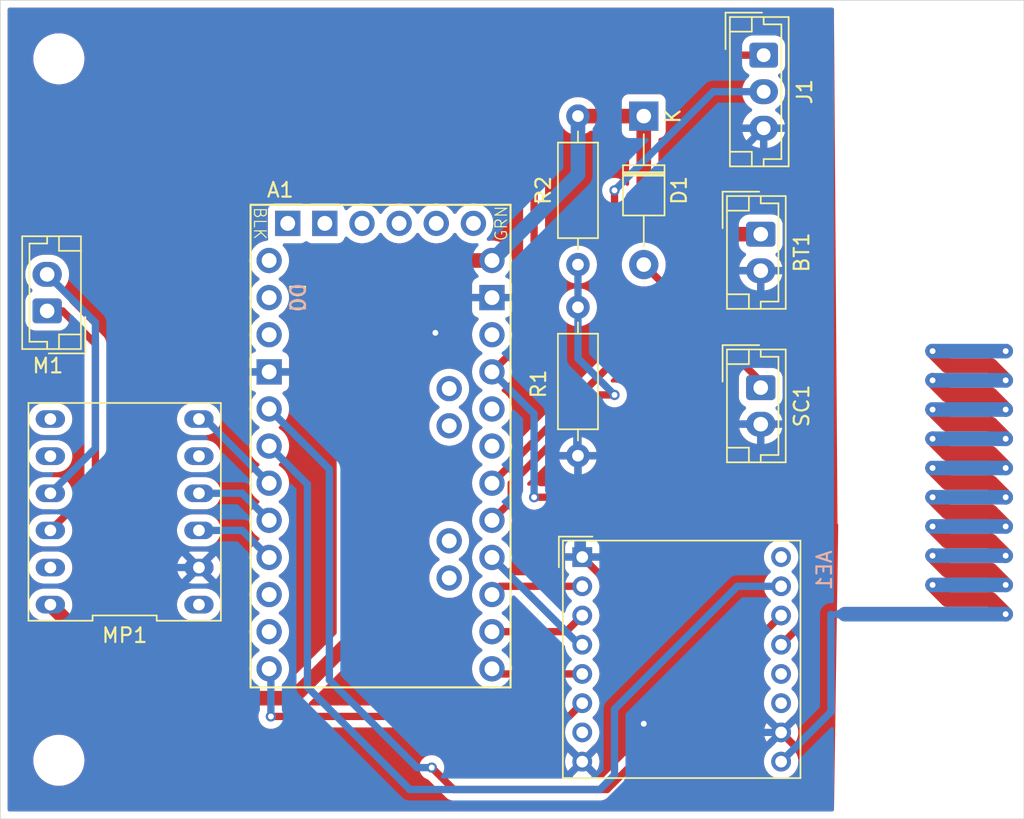
<source format=kicad_pcb>
(kicad_pcb
	(version 20240108)
	(generator "pcbnew")
	(generator_version "8.0")
	(general
		(thickness 1.6)
		(legacy_teardrops no)
	)
	(paper "A4")
	(layers
		(0 "F.Cu" signal)
		(31 "B.Cu" signal)
		(32 "B.Adhes" user "B.Adhesive")
		(33 "F.Adhes" user "F.Adhesive")
		(34 "B.Paste" user)
		(35 "F.Paste" user)
		(36 "B.SilkS" user "B.Silkscreen")
		(37 "F.SilkS" user "F.Silkscreen")
		(38 "B.Mask" user)
		(39 "F.Mask" user)
		(40 "Dwgs.User" user "User.Drawings")
		(41 "Cmts.User" user "User.Comments")
		(42 "Eco1.User" user "User.Eco1")
		(43 "Eco2.User" user "User.Eco2")
		(44 "Edge.Cuts" user)
		(45 "Margin" user)
		(46 "B.CrtYd" user "B.Courtyard")
		(47 "F.CrtYd" user "F.Courtyard")
		(48 "B.Fab" user)
		(49 "F.Fab" user)
		(50 "User.1" user)
		(51 "User.2" user)
		(52 "User.3" user)
		(53 "User.4" user)
		(54 "User.5" user)
		(55 "User.6" user)
		(56 "User.7" user)
		(57 "User.8" user)
		(58 "User.9" user)
	)
	(setup
		(pad_to_mask_clearance 0)
		(allow_soldermask_bridges_in_footprints no)
		(pcbplotparams
			(layerselection 0x00010fc_ffffffff)
			(plot_on_all_layers_selection 0x0000000_00000000)
			(disableapertmacros no)
			(usegerberextensions no)
			(usegerberattributes yes)
			(usegerberadvancedattributes yes)
			(creategerberjobfile yes)
			(dashed_line_dash_ratio 12.000000)
			(dashed_line_gap_ratio 3.000000)
			(svgprecision 4)
			(plotframeref no)
			(viasonmask no)
			(mode 1)
			(useauxorigin no)
			(hpglpennumber 1)
			(hpglpenspeed 20)
			(hpglpendiameter 15.000000)
			(pdf_front_fp_property_popups yes)
			(pdf_back_fp_property_popups yes)
			(dxfpolygonmode yes)
			(dxfimperialunits yes)
			(dxfusepcbnewfont yes)
			(psnegative no)
			(psa4output no)
			(plotreference yes)
			(plotvalue yes)
			(plotfptext yes)
			(plotinvisibletext no)
			(sketchpadsonfab no)
			(subtractmaskfromsilk no)
			(outputformat 1)
			(mirror no)
			(drillshape 1)
			(scaleselection 1)
			(outputdirectory "")
		)
	)
	(net 0 "")
	(net 1 "Net-(D1-A)")
	(net 2 "GND")
	(net 3 "Net-(A1-PadA0)")
	(net 4 "unconnected-(A1-PadD7)")
	(net 5 "Net-(A1-D13_SCK)")
	(net 6 "Net-(A1-D3_INT1)")
	(net 7 "unconnected-(U1-DIO3-Pad11)")
	(net 8 "Net-(A1-D10_CS)")
	(net 9 "Net-(A1-D2_INT0)")
	(net 10 "Net-(A1-D11_MOSI)")
	(net 11 "unconnected-(U1-DIO2-Pad16)")
	(net 12 "Net-(U1-RESET)")
	(net 13 "unconnected-(U1-DIO5-Pad7)")
	(net 14 "Net-(A1-D12_MISO)")
	(net 15 "unconnected-(U1-DIO4-Pad12)")
	(net 16 "unconnected-(A1-PadTXO)")
	(net 17 "Net-(MP1-IN2)")
	(net 18 "unconnected-(A1-PadA7)")
	(net 19 "Net-(J1-Pin_2)")
	(net 20 "unconnected-(A1-A5{slash}SCL-PadA5)")
	(net 21 "Net-(J1-Pin_1)")
	(net 22 "unconnected-(A1-Vcc-PadVcc2)")
	(net 23 "unconnected-(A1-PadA6)")
	(net 24 "unconnected-(A1-PadA3)")
	(net 25 "unconnected-(A1-~{DTR}-PadDTR)")
	(net 26 "unconnected-(A1-GND-PadGND5)")
	(net 27 "+BATT")
	(net 28 "Net-(MP1-nSLEEP_HB)")
	(net 29 "unconnected-(A1-GND-PadGND4)")
	(net 30 "Net-(MP1-IN1)")
	(net 31 "unconnected-(A1-A4{slash}SDA-PadA4)")
	(net 32 "unconnected-(A1-RESET-PadRST2)")
	(net 33 "unconnected-(A1-PadD8)")
	(net 34 "unconnected-(A1-PadRXI)")
	(net 35 "unconnected-(A1-D0{slash}RX-PadD0)")
	(net 36 "unconnected-(A1-PadA2)")
	(net 37 "unconnected-(A1-RESET-PadRST1)")
	(net 38 "unconnected-(A1-D1{slash}TX-PadD1)")
	(net 39 "Net-(AE1-A)")
	(net 40 "Net-(M1-+)")
	(net 41 "Net-(M1--)")
	(net 42 "unconnected-(MP1-GND-Pad11)")
	(net 43 "unconnected-(MP1-VM-Pad1)")
	(net 44 "unconnected-(MP1-VISEN-Pad5)")
	(net 45 "unconnected-(MP1-ISET-Pad8)")
	(net 46 "unconnected-(MP1-V3P3-Pad7)")
	(footprint "MountingHole:MountingHole_3mm" (layer "F.Cu") (at 137 50))
	(footprint "Connector_JST:JST_EH_B2B-EH-A_1x02_P2.50mm_Vertical" (layer "F.Cu") (at 74.2 67.25 90))
	(footprint "Resistor_THT:R_Axial_DIN0207_L6.3mm_D2.5mm_P10.16mm_Horizontal" (layer "F.Cu") (at 110.5 67 -90))
	(footprint "PCM_arduino-library:Arduino_Pro_Mini_Socket" (layer "F.Cu") (at 97 76.5))
	(footprint "MountingHole:MountingHole_3mm" (layer "F.Cu") (at 75 50))
	(footprint "Connector_JST:JST_EH_B3B-EH-A_1x03_P2.50mm_Vertical" (layer "F.Cu") (at 123.2 49.75 -90))
	(footprint "Resistor_THT:R_Axial_DIN0207_L6.3mm_D2.5mm_P10.16mm_Horizontal" (layer "F.Cu") (at 110.5 64.08 90))
	(footprint "Connector_JST:JST_EH_B2B-EH-A_1x02_P2.50mm_Vertical" (layer "F.Cu") (at 123 72.5 -90))
	(footprint "RF_Module:HOPERF_RFM9XW_THT" (layer "F.Cu") (at 110.7925 84.0925))
	(footprint "MountingHole:MountingHole_3mm" (layer "F.Cu") (at 137 98))
	(footprint "watering:MP6550" (layer "F.Cu") (at 79.5 81 90))
	(footprint "Diode_THT:D_T-1_P10.16mm_Horizontal" (layer "F.Cu") (at 115 53.92 -90))
	(footprint "MountingHole:MountingHole_3mm" (layer "F.Cu") (at 75 98))
	(footprint "Connector_JST:JST_EH_B2B-EH-A_1x02_P2.50mm_Vertical" (layer "F.Cu") (at 123 62 -90))
	(footprint "RF_Antenna:Texas_SWRA416_868MHz_915MHz" (layer "B.Cu") (at 133.95 79 90))
	(gr_rect
		(start 71 46)
		(end 141 102)
		(stroke
			(width 0.05)
			(type default)
		)
		(fill none)
		(layer "Edge.Cuts")
		(uuid "d590ec90-13aa-4b9c-8534-da103893a30c")
	)
	(segment
		(start 123 72.08)
		(end 123 72.5)
		(width 0.5)
		(layer "F.Cu")
		(net 1)
		(uuid "14e48ee1-eb58-4623-9eb7-56aa8b3da45a")
	)
	(segment
		(start 115 64.08)
		(end 123 72.08)
		(width 0.5)
		(layer "F.Cu")
		(net 1)
		(uuid "24f4aad6-79fe-46ba-9d29-514445fa9f78")
	)
	(segment
		(start 113.247525 95.637475)
		(end 110.7925 98.0925)
		(width 0.5)
		(layer "F.Cu")
		(net 2)
		(uuid "3cc010ac-7a37-4980-9423-fcfba1ec71cf")
	)
	(segment
		(start 113.247525 95.5)
		(end 113.247525 95.637475)
		(width 0.5)
		(layer "F.Cu")
		(net 2)
		(uuid "5147024b-41f1-4ba1-9784-3cd88e1be63e")
	)
	(segment
		(start 110.7925 84.0925)
		(end 113.247525 86.547525)
		(width 0.5)
		(layer "F.Cu")
		(net 2)
		(uuid "5435d153-1cb6-4e0e-a879-5a119aef5ca3")
	)
	(segment
		(start 113.247525 95.5)
		(end 115 95.5)
		(width 0.5)
		(layer "F.Cu")
		(net 2)
		(uuid "6ca63f47-015e-4fa2-87ef-8d5b76d94a41")
	)
	(segment
		(start 113.247525 86.547525)
		(end 113.247525 95.5)
		(width 0.5)
		(layer "F.Cu")
		(net 2)
		(uuid "f1fede6e-dfe7-4b73-8303-e2d935cdc641")
	)
	(via
		(at 100.75 68.75)
		(size 0.7)
		(drill 0.4)
		(layers "F.Cu" "B.Cu")
		(free yes)
		(net 2)
		(uuid "8b05f7b8-8638-42cf-bdc9-1485075b1c0c")
	)
	(via
		(at 115 95.5)
		(size 0.7)
		(drill 0.4)
		(layers "F.Cu" "B.Cu")
		(net 2)
		(uuid "d8a01b14-d1c9-4930-b3bb-c17c882b09e2")
	)
	(segment
		(start 108.14 71.22)
		(end 111.92 75)
		(width 0.5)
		(layer "B.Cu")
		(net 2)
		(uuid "01a6493b-2e75-4be5-a8b5-06b12e2a88c8")
	)
	(segment
		(start 118.5 59.45)
		(end 123.2 54.75)
		(width 0.5)
		(layer "B.Cu")
		(net 2)
		(uuid "052ac043-c9cd-44cf-a8fe-7980bfcf109e")
	)
	(segment
		(start 83.58 71.42)
		(end 81.5 73.5)
		(width 0.5)
		(layer "B.Cu")
		(net 2)
		(uuid "136f6068-cf89-4501-9ff3-e9e3f7822ed0")
	)
	(segment
		(start 110.5 77.16)
		(end 110.5 83.8)
		(width 0.5)
		(layer "B.Cu")
		(net 2)
		(uuid "2d800832-3c12-4e24-9bec-8fa5bcfa30ad")
	)
	(segment
		(start 110.5 83.8)
		(end 110.7925 84.0925)
		(width 0.5)
		(layer "B.Cu")
		(net 2)
		(uuid "3b720988-b154-46e5-b7a3-7cbe86c2d18a")
	)
	(segment
		(start 112 75)
		(end 118.5 75)
		(width 0.5)
		(layer "B.Cu")
		(net 2)
		(uuid "3d9601c4-397b-478f-8cd8-be3603d1c3c8")
	)
	(segment
		(start 110.42 77.08)
		(end 110.5 77.16)
		(width 0.5)
		(layer "B.Cu")
		(net 2)
		(uuid "46ccfaf5-41ff-4ae5-8848-c684a3ba16c7")
	)
	(segment
		(start 115 95.5)
		(end 115.5925 96.0925)
		(width 0.5)
		(layer "B.Cu")
		(net 2)
		(uuid "63c6e1cc-070d-4c68-a9b4-8adef13fb9a5")
	)
	(segment
		(start 118.5 66.5)
		(end 118.5 59.45)
		(width 0.5)
		(layer "B.Cu")
		(net 2)
		(uuid "651c9e5c-a190-46e5-974b-02e3a280256b")
	)
	(segment
		(start 120.5 64.5)
		(end 123 64.5)
		(width 0.5)
		(layer "B.Cu")
		(net 2)
		(uuid "6e3a7e79-0be4-4da9-8eeb-42c5c77466a2")
	)
	(segment
		(start 89.38 71.42)
		(end 83.58 71.42)
		(width 0.5)
		(layer "B.Cu")
		(net 2)
		(uuid "6ef4257d-8467-40b7-b50f-b0ae7af57c28")
	)
	(segment
		(start 95.08 71.42)
		(end 100.16 66.34)
		(width 0.5)
		(layer "B.Cu")
		(net 2)
		(uuid "7140ec08-6acb-4d39-aba0-4dc49fb321f3")
	)
	(segment
		(start 110.42 73.5)
		(end 110.42 77.08)
		(width 0.5)
		(layer "B.Cu")
		(net 2)
		(uuid "76304c22-e4bd-4c07-9ab6-dfd7e1deafb1")
	)
	(segment
		(start 81.5 83.5)
		(end 81.5 73.5)
		(width 0.5)
		(layer "B.Cu")
		(net 2)
		(uuid "76c69365-2797-4a8e-902e-0dfc360911e6")
	)
	(segment
		(start 84.58 84.81)
		(end 82.81 84.81)
		(width 0.5)
		(layer "B.Cu")
		(net 2)
		(uuid "7764b64f-cde7-44ae-b02a-e676e26a2d63")
	)
	(segment
		(start 111.92 75)
		(end 112 75)
		(width 0.5)
		(layer "B.Cu")
		(net 2)
		(uuid "79f6c648-8f20-4083-aab0-d681641c8289")
	)
	(segment
		(start 115.5925 96.0925)
		(end 124.3925 96.0925)
		(width 0.5)
		(layer "B.Cu")
		(net 2)
		(uuid "8dd0e17a-0729-4b03-bd01-43f82cf61b17")
	)
	(segment
		(start 108.14 67.64)
		(end 108.14 71.22)
		(width 0.5)
		(layer "B.Cu")
		(net 2)
		(uuid "9080a889-bc12-486c-b1d9-35b27a6a4da2")
	)
	(segment
		(start 104.62 66.34)
		(end 106.84 66.34)
		(width 0.5)
		(layer "B.Cu")
		(net 2)
		(uuid "9a57c734-3027-48ef-9c80-5141d5025109")
	)
	(segment
		(start 100.16 66.34)
		(end 104.62 66.34)
		(width 0.5)
		(layer "B.Cu")
		(net 2)
		(uuid "ad008860-6421-43a8-984d-6e61d35f0e1d")
	)
	(segment
		(start 108.14 71.22)
		(end 110.42 73.5)
		(width 0.5)
		(layer "B.Cu")
		(net 2)
		(uuid "b4e685c4-eda7-4ac3-be4d-630748f2a213")
	)
	(segment
		(start 110.42 73.5)
		(end 110.5 73.5)
		(width 0.5)
		(layer "B.Cu")
		(net 2)
		(uuid "c89538c4-8035-46de-b923-4cb011e3d746")
	)
	(segment
		(start 118.5 75)
		(end 123 75)
		(width 0.5)
		(layer "B.Cu")
		(net 2)
		(uuid "ca59d784-dc53-4d90-bf4b-861e775092dd")
	)
	(segment
		(start 118.5 66.5)
		(end 120.5 64.5)
		(width 0.5)
		(layer "B.Cu")
		(net 2)
		(uuid "d19e35f5-31ce-4ad5-a1e1-7dea601d4349")
	)
	(segment
		(start 89.38 71.42)
		(end 95.08 71.42)
		(width 0.5)
		(layer "B.Cu")
		(net 2)
		(uuid "db88e6d7-d93b-4435-bddc-0a14738c3f24")
	)
	(segment
		(start 106.84 66.34)
		(end 108.14 67.64)
		(width 0.5)
		(layer "B.Cu")
		(net 2)
		(uuid "dd7117ab-b423-4e74-b06c-a77d39b7cdce")
	)
	(segment
		(start 118.5 75)
		(end 118.5 66.5)
		(width 0.5)
		(layer "B.Cu")
		(net 2)
		(uuid "f1803eea-190d-4571-9493-98bb806bfbda")
	)
	(segment
		(start 110.5 73.5)
		(end 112 75)
		(width 0.5)
		(layer "B.Cu")
		(net 2)
		(uuid "f91a1447-61ef-4f72-bb9c-9a5ef0295953")
	)
	(segment
		(start 82.81 84.81)
		(end 81.5 83.5)
		(width 0.5)
		(layer "B.Cu")
		(net 2)
		(uuid "fce1d8c7-c5fd-4146-96fe-995d34dd011a")
	)
	(segment
		(start 112 73)
		(end 113 73)
		(width 0.5)
		(layer "F.Cu")
		(net 3)
		(uuid "0944d5d8-a3cd-46d7-b1ee-f5237f06f76b")
	)
	(segment
		(start 104.62 81.58)
		(end 105.9336 80.2664)
		(width 0.5)
		(layer "F.Cu")
		(net 3)
		(uuid "16681ce6-770e-41c6-8863-0f7e2e476d93")
	)
	(segment
		(start 105.9336 79.0664)
		(end 112 73)
		(width 0.5)
		(layer "F.Cu")
		(net 3)
		(uuid "5f6fefe5-7c48-4e40-883e-3f3ea84c6fac")
	)
	(segment
		(start 105.9336 80.2664)
		(end 105.9336 79.0664)
		(width 0.5)
		(layer "F.Cu")
		(net 3)
		(uuid "ba522ee3-f0a6-4ff4-ba29-e405722203f1")
	)
	(via
		(at 113 73)
		(size 0.7)
		(drill 0.4)
		(layers "F.Cu" "B.Cu")
		(net 3)
		(uuid "8ccae3f9-7c9e-4d33-bd37-a39f564c4a60")
	)
	(segment
		(start 110.5 70.5)
		(end 110.5 67)
		(width 0.5)
		(layer "B.Cu")
		(net 3)
		(uuid "1aebdc1a-0d1c-4e19-979f-c962e5ca9467")
	)
	(segment
		(start 113 73)
		(end 110.5 70.5)
		(width 0.5)
		(layer "B.Cu")
		(net 3)
		(uuid "ac1a11d2-f936-43c1-883d-a964544276e4")
	)
	(segment
		(start 110.5 67)
		(end 110.5 64.08)
		(width 0.5)
		(layer "B.Cu")
		(net 3)
		(uuid "de1b4dfa-1b68-4206-a163-d17e912260ca")
	)
	(segment
		(start 104.62 84.12)
		(end 110.5925 90.0925)
		(width 0.5)
		(layer "B.Cu")
		(net 5)
		(uuid "3471a08a-a8f3-4ba3-b1d5-5269d69b416e")
	)
	(segment
		(start 110.5925 90.0925)
		(end 110.7925 90.0925)
		(width 0.5)
		(layer "B.Cu")
		(net 5)
		(uuid "4a8d2fdf-0fab-43ce-9738-2093b14a1264")
	)
	(segment
		(start 92 79.12)
		(end 92 93)
		(width 0.5)
		(layer "B.Cu")
		(net 6)
		(uuid "0b9d83a1-12db-4404-a1ae-f31750befc1a")
	)
	(segment
		(start 112 100)
		(end 113 99)
		(width 0.5)
		(layer "B.Cu")
		(net 6)
		(uuid "1d291145-a9ab-44b8-a934-b29fb56aa8ea")
	)
	(segment
		(start 113 99)
		(end 113 94.5)
		(width 0.5)
		(layer "B.Cu")
		(net 6)
		(uuid "30716786-7f4d-45d5-b8d1-c298e8d10a64")
	)
	(segment
		(start 92 93)
		(end 99 100)
		(width 0.5)
		(layer "B.Cu")
		(net 6)
		(uuid "78f3049d-3607-44c9-bc00-a90302a40031")
	)
	(segment
		(start 113 94.5)
		(end 121.4075 86.0925)
		(width 0.5)
		(layer "B.Cu")
		(net 6)
		(uuid "c9a1726d-bbc2-41cf-9e96-c405dc85c213")
	)
	(segment
		(start 121.4075 86.0925)
		(end 124.3925 86.0925)
		(width 0.5)
		(layer "B.Cu")
		(net 6)
		(uuid "ea8719fb-9dde-49fe-be26-a44aaa908578")
	)
	(segment
		(start 89.38 76.5)
		(end 92 79.12)
		(width 0.5)
		(layer "B.Cu")
		(net 6)
		(uuid "f4f98c21-edd9-43d8-b516-76722114eea5")
	)
	(segment
		(start 99 100)
		(end 112 100)
		(width 0.5)
		(layer "B.Cu")
		(net 6)
		(uuid "f89390de-7ec3-45b7-945d-fc85d7a14c95")
	)
	(segment
		(start 110.7925 92.0925)
		(end 104.9725 92.0925)
		(width 0.5)
		(layer "F.Cu")
		(net 8)
		(uuid "07cb6e0b-ef75-4848-a28a-9bf78b7c3c3d")
	)
	(segment
		(start 104.9725 92.0925)
		(end 104.62 91.74)
		(width 0.5)
		(layer "F.Cu")
		(net 8)
		(uuid "ab71b29f-c2db-43e0-a922-7a5fa68fbd3e")
	)
	(segment
		(start 100.5 98.5)
		(end 102 100)
		(width 0.5)
		(layer "F.Cu")
		(net 9)
		(uuid "03726878-e5b1-4610-a872-f341673a70e2")
	)
	(segment
		(start 102 100)
		(end 112.485 100)
		(width 0.5)
		(layer "F.Cu")
		(net 9)
		(uuid "09d26ec8-f4f9-4ddd-bf26-c8fd283a1ce3")
	)
	(segment
		(start 112.485 100)
		(end 124.3925 88.0925)
		(width 0.5)
		(layer "F.Cu")
		(net 9)
		(uuid "22a19ade-1561-40fd-b4ff-3c62148649bd")
	)
	(via
		(at 100.5 98.5)
		(size 0.7)
		(drill 0.4)
		(layers "F.Cu" "B.Cu")
		(net 9)
		(uuid "5ec9aac8-9d25-4663-bb9b-4bf2b8b6a358")
	)
	(segment
		(start 99.5 98.5)
		(end 100.5 98.5)
		(width 0.5)
		(layer "B.Cu")
		(net 9)
		(uuid "198686de-ba57-4b8f-bd80-e7bd98687b74")
	)
	(segment
		(start 93.5 92.5)
		(end 99.5 98.5)
		(width 0.5)
		(layer "B.Cu")
		(net 9)
		(uuid "96bfa899-a679-426f-b60b-2163d5209b44")
	)
	(segment
		(start 89.38 73.96)
		(end 93.5 78.08)
		(width 0.5)
		(layer "B.Cu")
		(net 9)
		(uuid "d649a2d1-18d5-4a64-9ed4-253557180c42")
	)
	(segment
		(start 93.5 78.08)
		(end 93.5 92.5)
		(width 0.5)
		(layer "B.Cu")
		(net 9)
		(uuid "e3b5c985-d3c8-4de8-af93-d040cab3e59e")
	)
	(segment
		(start 109.685 89.2)
		(end 110.7925 88.0925)
		(width 0.5)
		(layer "F.Cu")
		(net 10)
		(uuid "7baea109-2641-4403-851d-429594a3f9e1")
	)
	(segment
		(start 104.62 89.2)
		(end 109.685 89.2)
		(width 0.5)
		(layer "F.Cu")
		(net 10)
		(uuid "98e7f1e6-a8c8-4981-8acf-4e7054db1c04")
	)
	(segment
		(start 89.5 95)
		(end 109.885 95)
		(width 0.5)
		(layer "F.Cu")
		(net 12)
		(uuid "bd24390f-7579-4568-9620-68ca57c53004")
	)
	(segment
		(start 109.885 95)
		(end 110.7925 94.0925)
		(width 0.5)
		(layer "F.Cu")
		(net 12)
		(uuid "ec7eb80e-f9fd-43a8-9b19-88a49a4a924e")
	)
	(via
		(at 89.5 95)
		(size 0.7)
		(drill 0.4)
		(layers "F.Cu" "B.Cu")
		(net 12)
		(uuid "98214090-e77e-44c9-b79d-28b90254ee4d")
	)
	(segment
		(start 89.5 91.86)
		(end 89.38 91.74)
		(width 0.5)
		(layer "B.Cu")
		(net 12)
		(uuid "577396a6-25f6-4f92-ac0f-289542314bbe")
	)
	(segment
		(start 89.5 95)
		(end 89.5 91.86)
		(width 0.5)
		(layer "B.Cu")
		(net 12)
		(uuid "98bc5129-2747-476b-ac90-79811b7888e2")
	)
	(segment
		(start 105.1875 86.0925)
		(end 104.62 86.66)
		(width 0.5)
		(layer "F.Cu")
		(net 14)
		(uuid "07491fba-6c16-47bf-b947-e0702a8161ca")
	)
	(segment
		(start 110.7925 86.0925)
		(end 105.1875 86.0925)
		(width 0.5)
		(layer "F.Cu")
		(net 14)
		(uuid "3229078c-e77e-4eb8-a12a-452b6d24850e")
	)
	(segment
		(start 87.53 82.27)
		(end 89.38 84.12)
		(width 0.5)
		(layer "B.Cu")
		(net 17)
		(uuid "50c1f31e-ec70-4b46-a524-55aa2258f396")
	)
	(segment
		(start 84.58 82.27)
		(end 87.53 82.27)
		(width 0.5)
		(layer "B.Cu")
		(net 17)
		(uuid "f5db03b6-979f-4067-86bb-30cb8666e880")
	)
	(segment
		(start 113 70.66)
		(end 113 59)
		(width 0.5)
		(layer "F.Cu")
		(net 19)
		(uuid "19fd97e5-20e0-4c3f-952a-8bf3a06c7282")
	)
	(segment
		(start 104.62 79.04)
		(end 113 70.66)
		(width 0.5)
		(layer "F.Cu")
		(net 19)
		(uuid "5bc6df40-a8bd-42b8-82a6-a79f95252038")
	)
	(via
		(at 113 59)
		(size 0.7)
		(drill 0.4)
		(layers "F.Cu" "B.Cu")
		(net 19)
		(uuid "fa967999-759d-409b-87eb-46e7282e79bd")
	)
	(segment
		(start 113 59)
		(end 119.75 52.25)
		(width 0.5)
		(layer "B.Cu")
		(net 19)
		(uuid "83205371-6acf-467c-aca1-f4a41361322e")
	)
	(segment
		(start 119.75 52.25)
		(end 123.2 52.25)
		(width 0.5)
		(layer "B.Cu")
		(net 19)
		(uuid "d634d9bc-4946-4806-926c-c21552cb79a0")
	)
	(segment
		(start 110.25 49.75)
		(end 123.2 49.75)
		(width 0.5)
		(layer "F.Cu")
		(net 21)
		(uuid "0fc51f2e-cbc1-4b99-a0ca-d9d6739f985b")
	)
	(segment
		(start 123.5 80)
		(end 107.5 80)
		(width 0.5)
		(layer "F.Cu")
		(net 21)
		(uuid "22debf47-8d46-481c-928a-bd2216051f3b")
	)
	(segment
		(start 124.3925 90.0925)
		(end 126 88.485)
		(width 0.5)
		(layer "F.Cu")
		(net 21)
		(uuid "7e43788d-2c33-445f-9682-e03a23839291")
	)
	(segment
		(start 104.62 71.42)
		(end 107.5 68.54)
		(width 0.5)
		(layer "F.Cu")
		(net 21)
		(uuid "ab88f627-56a0-4e07-bb52-a1bb1b83921a")
	)
	(segment
		(start 107.5 68.54)
		(end 107.5 52.5)
		(width 0.5)
		(layer "F.Cu")
		(net 21)
		(uuid "aefa3ce5-3510-4b0e-8855-7e1a824f8c86")
	)
	(segment
		(start 107.5 52.5)
		(end 110.25 49.75)
		(width 0.5)
		(layer "F.Cu")
		(net 21)
		(uuid "bcaef91a-1a3d-4601-bdaf-42b587192c74")
	)
	(segment
		(start 126 88.485)
		(end 126 82.5)
		(width 0.5)
		(layer "F.Cu")
		(net 21)
		(uuid "c756e324-203b-4425-a9e3-a7a814b23732")
	)
	(segment
		(start 126 82.5)
		(end 123.5 80)
		(width 0.5)
		(layer "F.Cu")
		(net 21)
		(uuid "c89018f7-d25c-4032-acaa-0a0fe7c1602f")
	)
	(via
		(at 107.5 80)
		(size 0.7)
		(drill 0.4)
		(layers "F.Cu" "B.Cu")
		(net 21)
		(uuid "810c2333-d3db-4f68-b419-e4912c685650")
	)
	(segment
		(start 104.62 71.42)
		(end 107.5 74.3)
		(width 0.5)
		(layer "B.Cu")
		(net 21)
		(uuid "04e9e44b-dd4e-49b0-b7d0-9e2187c9d061")
	)
	(segment
		(start 107.5 74.3)
		(end 107.5 80)
		(width 0.5)
		(layer "B.Cu")
		(net 21)
		(uuid "1adc6af4-98e0-42d1-86ec-115fbbdca25a")
	)
	(segment
		(start 104.62 63.8)
		(end 101.95 63.8)
		(width 1)
		(layer "F.Cu")
		(net 27)
		(uuid "00f53cef-e82f-47d7-a429-75c7a6bd7ae0")
	)
	(segment
		(start 95 89.75)
		(end 91 93.75)
		(width 1)
		(layer "F.Cu")
		(net 27)
		(uuid "2441cf76-2aa1-4373-a0bb-2e2b98a087c8")
	)
	(segment
		(start 115 60.5)
		(end 115 53.92)
		(width 1)
		(layer "F.Cu")
		(net 27)
		(uuid "45a25931-8d30-48a7-b19a-a2f1eb5da11f")
	)
	(segment
		(start 91 93.75)
		(end 80.82 93.75)
		(width 1)
		(layer "F.Cu")
		(net 27)
		(uuid "52f03036-ae55-4098-90f8-87ba3529f2aa")
	)
	(segment
		(start 95 70.75)
		(end 95 89.75)
		(width 1)
		(layer "F.Cu")
		(net 27)
		(uuid "8f9c5de9-3163-450a-adcb-90e8824f451f")
	)
	(segment
		(start 123 62)
		(end 116.5 62)
		(width 1)
		(layer "F.Cu")
		(net 27)
		(uuid "abde6fbc-139c-4f46-840b-5138c3955327")
	)
	(segment
		(start 101.95 63.8)
		(end 95 70.75)
		(width 1)
		(layer "F.Cu")
		(net 27)
		(uuid "c3c1a691-86cb-4e94-9bce-0f20cb62ec69")
	)
	(segment
		(start 115 53.92)
		(end 110.5 53.92)
		(width 1)
		(layer "F.Cu")
		(net 27)
		(uuid "c4bb4641-47e0-471e-b881-2cf13ab5fd60")
	)
	(segment
		(start 116.5 62)
		(end 115 60.5)
		(width 1)
		(layer "F.Cu")
		(net 27)
		(uuid "c789cd73-a850-48c7-bf0d-ad81156b826c")
	)
	(segment
		(start 80.82 93.75)
		(end 74.42 87.35)
		(width 1)
		(layer "F.Cu")
		(net 27)
		(uuid "cc7f2f5c-0740-4283-a1f7-a1ba2835a7a7")
	)
	(segment
		(start 110.5 57.92)
		(end 110.5 53.92)
		(width 1)
		(layer "B.Cu")
		(net 27)
		(uuid "05bac9c9-c269-4312-b593-2f261431db90")
	)
	(segment
		(start 104.62 63.8)
		(end 110.5 57.92)
		(width 1)
		(layer "B.Cu")
		(net 27)
		(uuid "90616f55-83ec-4902-9533-1b95a8aaa390")
	)
	(segment
		(start 84.99 74.65)
		(end 89.38 79.04)
		(width 0.5)
		(layer "B.Cu")
		(net 28)
		(uuid "61ae116e-14f4-4620-a30b-09857123a10c")
	)
	(segment
		(start 84.58 74.65)
		(end 84.99 74.65)
		(width 0.5)
		(layer "B.Cu")
		(net 28)
		(uuid "d2754008-41b5-413d-8c4a-83a7862c2561")
	)
	(segment
		(start 87.53 79.73)
		(end 89.38 81.58)
		(width 0.5)
		(layer "B.Cu")
		(net 30)
		(uuid "1fccbedb-fcb2-4b1d-ad6f-84f22efaf8ce")
	)
	(segment
		(start 84.58 79.73)
		(end 87.53 79.73)
		(width 0.5)
		(layer "B.Cu")
		(net 30)
		(uuid "b14e9416-f8ad-44da-88e3-e3f6d22dc9be")
	)
	(segment
		(start 124.3925 98.0925)
		(end 127.8 94.685)
		(width 0.5)
		(layer "B.Cu")
		(net 39)
		(uuid "96c25340-9694-49f4-baea-f154c56f105e")
	)
	(segment
		(start 127.8 94.685)
		(end 127.8 88)
		(width 0.5)
		(layer "B.Cu")
		(net 39)
		(uuid "c8fbe38b-a11c-4166-922d-e89bfc9ab26b")
	)
	(segment
		(start 77.5 79.19)
		(end 74.42 82.27)
		(width 0.5)
		(layer "F.Cu")
		(net 40)
		(uuid "94212de4-0a9f-455d-959c-35073c992c40")
	)
	(segment
		(start 75.25 67.25)
		(end 77.5 69.5)
		(width 0.5)
		(layer "F.Cu")
		(net 40)
		(uuid "a9eeae35-3ee1-466d-a898-695ce5495483")
	)
	(segment
		(start 74.2 67.25)
		(end 75.25 67.25)
		(width 0.5)
		(layer "F.Cu")
		(net 40)
		(uuid "e92490d2-c712-4e4a-88df-d4c8dd4a2075")
	)
	(segment
		(start 77.5 69.5)
		(end 77.5 79.19)
		(width 0.5)
		(layer "F.Cu")
		(net 40)
		(uuid "fa29b574-e311-4b6c-b69a-29abb61657ff")
	)
	(segment
		(start 77.5 76.65)
		(end 74.42 79.73)
		(width 0.5)
		(layer "B.Cu")
		(net 41)
		(uuid "408f4d68-b14d-461e-b7f8-306b0fe228f4")
	)
	(segment
		(start 77.5 68.05)
		(end 77.5 76.65)
		(width 0.5)
		(layer "B.Cu")
		(net 41)
		(uuid "b2268700-7c38-429b-a379-a228dfbd3e72")
	)
	(segment
		(start 74.2 64.75)
		(end 77.5 68.05)
		(width 0.5)
		(layer "B.Cu")
		(net 41)
		(uuid "c9c31108-7294-4e88-b98f-e4a7b7303405")
	)
	(zone
		(net 2)
		(net_name "GND")
		(layer "F.Cu")
		(uuid "0cd623d3-ee7b-4aa4-8ec6-a1a6d3e56360")
		(hatch edge 0.5)
		(connect_pads
			(clearance 0.5)
		)
		(min_thickness 0.25)
		(filled_areas_thickness no)
		(fill yes
			(thermal_gap 0.5)
			(thermal_bridge_width 0.5)
		)
		(polygon
			(pts
				(xy 128 102) (xy 128.3 81.8) (xy 128.25 81.8) (xy 128 46) (xy 71 46) (xy 71 102) (xy 128 102)
			)
		)
		(filled_polygon
			(layer "F.Cu")
			(pts
				(xy 106.801132 80.503282) (xy 106.830009 80.526952) (xy 106.927764 80.635521) (xy 106.927767 80.635523)
				(xy 106.92777 80.635526) (xy 107.072407 80.740612) (xy 107.235733 80.813329) (xy 107.410609 80.8505)
				(xy 107.41061 80.8505) (xy 107.589389 80.8505) (xy 107.589391 80.8505) (xy 107.764267 80.813329)
				(xy 107.881306 80.761219) (xy 107.931741 80.7505) (xy 123.13777 80.7505) (xy 123.204809 80.770185)
				(xy 123.225451 80.786819) (xy 125.213181 82.774549) (xy 125.246666 82.835872) (xy 125.2495 82.86223)
				(xy 125.2495 83.017921) (xy 125.229815 83.08496) (xy 125.177011 83.130715) (xy 125.107853 83.140659)
				(xy 125.060223 83.123348) (xy 124.918713 83.035729) (xy 124.918707 83.035726) (xy 124.833613 83.00276)
				(xy 124.715569 82.95703) (xy 124.501426 82.917) (xy 124.283574 82.917) (xy 124.069431 82.95703)
				(xy 124.025369 82.9741) (xy 123.866292 83.035726) (xy 123.866286 83.035729) (xy 123.681076 83.150406)
				(xy 123.681066 83.150413) (xy 123.520074 83.297176) (xy 123.388788 83.471027) (xy 123.291684 83.666037)
				(xy 123.232064 83.875581) (xy 123.211964 84.092499) (xy 123.211964 84.0925) (xy 123.232064 84.309418)
				(xy 123.232064 84.30942) (xy 123.232065 84.309423) (xy 123.273897 84.456447) (xy 123.291684 84.518962)
				(xy 123.388788 84.713972) (xy 123.520074 84.887824) (xy 123.644072 85.000863) (xy 123.680354 85.060574)
				(xy 123.678593 85.130422) (xy 123.644072 85.184137) (xy 123.520074 85.297175) (xy 123.388788 85.471027)
				(xy 123.291684 85.666037) (xy 123.291683 85.666041) (xy 123.24507 85.829871) (xy 123.232064 85.875581)
				(xy 123.211964 86.092499) (xy 123.211964 86.0925) (xy 123.232064 86.309418) (xy 123.232064 86.30942)
				(xy 123.232065 86.309423) (xy 123.267712 86.43471) (xy 123.291684 86.518962) (xy 123.388788 86.713972)
				(xy 123.520074 86.887824) (xy 123.644072 87.000863) (xy 123.680354 87.060574) (xy 123.678593 87.130422)
				(xy 123.644072 87.184137) (xy 123.520074 87.297175) (xy 123.388788 87.471027) (xy 123.291684 87.666037)
				(xy 123.291683 87.666041) (xy 123.251892 87.805894) (xy 123.232064 87.875581) (xy 123.211964 88.092499)
				(xy 123.211964 88.0925) (xy 123.216699 88.143599) (xy 123.203284 88.212168) (xy 123.180909 88.242721)
				(xy 112.210451 99.213181) (xy 112.149128 99.246666) (xy 112.12277 99.2495) (xy 111.547361 99.2495)
				(xy 111.480322 99.229815) (xy 111.434567 99.177011) (xy 111.424187 99.11121) (xy 111.427666 99.081219)
				(xy 110.838948 98.4925) (xy 110.845161 98.4925) (xy 110.946894 98.465241) (xy 111.038106 98.41258)
				(xy 111.11258 98.338106) (xy 111.165241 98.246894) (xy 111.1925 98.145161) (xy 111.1925 98.138947)
				(xy 111.783511 98.729959) (xy 111.795784 98.713708) (xy 111.795785 98.713705) (xy 111.892844 98.518787)
				(xy 111.892849 98.518774) (xy 111.952442 98.30933) (xy 111.972534 98.0925) (xy 111.972534 98.092499)
				(xy 111.952442 97.875669) (xy 111.892849 97.666225) (xy 111.892844 97.666212) (xy 111.795784 97.471291)
				(xy 111.783511 97.455039) (xy 111.1925 98.046051) (xy 111.1925 98.039839) (xy 111.165241 97.938106)
				(xy 111.11258 97.846894) (xy 111.038106 97.77242) (xy 110.946894 97.719759) (xy 110.845161 97.6925)
				(xy 110.838947 97.6925) (xy 111.470071 97.061375) (xy 111.472418 97.063722) (xy 111.492263 97.041812)
				(xy 111.503932 97.034588) (xy 111.664927 96.887822) (xy 111.796212 96.713972) (xy 111.893317 96.518959)
				(xy 111.952935 96.309423) (xy 111.973036 96.0925) (xy 111.952935 95.875577) (xy 111.893317 95.666041)
				(xy 111.796212 95.471028) (xy 111.664927 95.297178) (xy 111.540923 95.184134) (xy 111.504645 95.124427)
				(xy 111.506405 95.054579) (xy 111.540923 95.000865) (xy 111.664927 94.887822) (xy 111.796212 94.713972)
				(xy 111.893317 94.518959) (xy 111.952935 94.309423) (xy 111.973036 94.0925) (xy 111.952935 93.875577)
				(xy 111.893317 93.666041) (xy 111.796212 93.471028) (xy 111.664927 93.297178) (xy 111.540923 93.184134)
				(xy 111.504645 93.124427) (xy 111.506405 93.054579) (xy 111.540923 93.000865) (xy 111.664927 92.887822)
				(xy 111.796212 92.713972) (xy 111.893317 92.518959) (xy 111.952935 92.309423) (xy 111.973036 92.0925)
				(xy 111.952935 91.875577) (xy 111.893317 91.666041) (xy 111.796212 91.471028) (xy 111.664927 91.297178)
				(xy 111.540923 91.184134) (xy 111.504645 91.124427) (xy 111.506405 91.054579) (xy 111.540923 91.000865)
				(xy 111.664927 90.887822) (xy 111.796212 90.713972) (xy 111.893317 90.518959) (xy 111.952935 90.309423)
				(xy 111.973036 90.0925) (xy 111.972428 90.085944) (xy 111.96088 89.961322) (xy 111.952935 89.875577)
				(xy 111.893317 89.666041) (xy 111.796212 89.471028) (xy 111.664927 89.297178) (xy 111.540923 89.184134)
				(xy 111.504645 89.124427) (xy 111.506405 89.054579) (xy 111.540923 89.000865) (xy 111.664927 88.887822)
				(xy 111.796212 88.713972) (xy 111.893317 88.518959) (xy 111.952935 88.309423) (xy 111.973036 88.0925)
				(xy 111.970666 88.066929) (xy 111.95768 87.926788) (xy 111.952935 87.875577) (xy 111.893317 87.666041)
				(xy 111.796212 87.471028) (xy 111.664927 87.297178) (xy 111.540923 87.184134) (xy 111.504645 87.124427)
				(xy 111.506405 87.054579) (xy 111.540923 87.000865) (xy 111.664927 86.887822) (xy 111.796212 86.713972)
				(xy 111.893317 86.518959) (xy 111.952935 86.309423) (xy 111.973036 86.0925) (xy 111.952935 85.875577)
				(xy 111.893317 85.666041) (xy 111.796212 85.471028) (xy 111.71445 85.362758) (xy 111.689759 85.297398)
				(xy 111.704324 85.229063) (xy 111.739094 85.188765) (xy 111.82469 85.124686) (xy 111.91085 85.009593)
				(xy 111.910854 85.009586) (xy 111.961096 84.874879) (xy 111.961098 84.874872) (xy 111.967499 84.815344)
				(xy 111.9675 84.815327) (xy 111.9675 84.3425) (xy 111.108186 84.3425) (xy 111.11258 84.338106) (xy 111.165241 84.246894)
				(xy 111.1925 84.145161) (xy 111.1925 84.039839) (xy 111.165241 83.938106) (xy 111.11258 83.846894)
				(xy 111.108186 83.8425) (xy 111.9675 83.8425) (xy 111.9675 83.369672) (xy 111.967499 83.369655)
				(xy 111.961098 83.310127) (xy 111.961096 83.31012) (xy 111.910854 83.175413) (xy 111.91085 83.175406)
				(xy 111.82469 83.060312) (xy 111.824687 83.060309) (xy 111.709593 82.974149) (xy 111.709586 82.974145)
				(xy 111.574879 82.923903) (xy 111.574872 82.923901) (xy 111.515344 82.9175) (xy 111.0425 82.9175)
				(xy 111.0425 83.776814) (xy 111.038106 83.77242) (xy 110.946894 83.719759) (xy 110.845161 83.6925)
				(xy 110.739839 83.6925) (xy 110.638106 83.719759) (xy 110.546894 83.77242) (xy 110.5425 83.776814)
				(xy 110.5425 82.9175) (xy 110.069655 82.9175) (xy 110.010127 82.923901) (xy 110.01012 82.923903)
				(xy 109.875413 82.974145) (xy 109.875406 82.974149) (xy 109.760312 83.060309) (xy 109.760309 83.060312)
				(xy 109.674149 83.175406) (xy 109.674145 83.175413) (xy 109.623903 83.31012) (xy 109.623901 83.310127)
				(xy 109.6175 83.369655) (xy 109.6175 83.8425) (xy 110.476814 83.8425) (xy 110.47242 83.846894) (xy 110.419759 83.938106)
				(xy 110.3925 84.039839) (xy 110.3925 84.145161) (xy 110.419759 84.246894) (xy 110.47242 84.338106)
				(xy 110.476814 84.3425) (xy 109.6175 84.3425) (xy 109.6175 84.815344) (xy 109.623901 84.874872)
				(xy 109.623903 84.874879) (xy 109.674145 85.009586) (xy 109.674149 85.009593) (xy 109.760309 85.124687)
				(xy 109.765941 85.130319) (xy 109.799426 85.191642) (xy 109.794442 85.261334) (xy 109.75257 85.317267)
				(xy 109.687106 85.341684) (xy 109.67826 85.342) (xy 105.631322 85.342) (xy 105.564283 85.322315)
				(xy 105.518528 85.269511) (xy 105.508584 85.200353) (xy 105.537609 85.136797) (xy 105.546482 85.127652)
				(xy 105.547043 85.127041) (xy 105.547046 85.12704) (xy 105.700156 84.960719) (xy 105.823802 84.771465)
				(xy 105.914611 84.564441) (xy 105.970107 84.345293) (xy 105.986683 84.145246) (xy 105.988775 84.120006)
				(xy 105.988775 84.119993) (xy 105.970107 83.89471) (xy 105.970107 83.894707) (xy 105.914611 83.675559)
				(xy 105.823802 83.468535) (xy 105.700156 83.279281) (xy 105.700153 83.279278) (xy 105.700149 83.279272)
				(xy 105.547049 83.112963) (xy 105.547048 83.112962) (xy 105.547046 83.11296) (xy 105.368649 82.974107)
				(xy 105.368647 82.974106) (xy 105.368646 82.974105) (xy 105.368639 82.9741) (xy 105.340836 82.959055)
				(xy 105.291244 82.909837) (xy 105.276135 82.84162) (xy 105.300306 82.776064) (xy 105.340836 82.740945)
				(xy 105.368639 82.725899) (xy 105.368642 82.725896) (xy 105.368649 82.725893) (xy 105.547046 82.58704)
				(xy 105.700156 82.420719) (xy 105.823802 82.231465) (xy 105.914611 82.024441) (xy 105.970107 81.805293)
				(xy 105.988775 81.58) (xy 105.988774 81.579993) (xy 105.969998 81.353394) (xy 105.984079 81.284958)
				(xy 106.005889 81.255477) (xy 106.516552 80.744816) (xy 106.592934 80.6305) (xy 106.598684 80.621895)
				(xy 106.618952 80.572963) (xy 106.623298 80.562472) (xy 106.667138 80.508068) (xy 106.733432 80.486003)
			)
		)
		(filled_polygon
			(layer "F.Cu")
			(pts
				(xy 103.5214 64.820185) (xy 103.567155 64.872989) (xy 103.577099 64.942147) (xy 103.548074 65.005703)
				(xy 103.521158 65.027393) (xy 103.521411 65.027731) (xy 103.399212 65.119209) (xy 103.399209 65.119212)
				(xy 103.313049 65.234306) (xy 103.313045 65.234313) (xy 103.262803 65.36902) (xy 103.262801 65.369027)
				(xy 103.2564 65.428555) (xy 103.2564 66.09) (xy 104.177749 66.09) (xy 104.146619 66.143919) (xy 104.112 66.27312)
				(xy 104.112 66.40688) (xy 104.146619 66.536081) (xy 104.177749 66.59) (xy 103.2564 66.59) (xy 103.2564 67.251444)
				(xy 103.262801 67.310972) (xy 103.262803 67.310979) (xy 103.313045 67.445686) (xy 103.313049 67.445693)
				(xy 103.399209 67.560787) (xy 103.399212 67.56079) (xy 103.514306 67.64695) (xy 103.514313 67.646954)
				(xy 103.629348 67.689859) (xy 103.685282 67.73173) (xy 103.709699 67.797194) (xy 103.694848 67.865467)
				(xy 103.677245 67.890024) (xy 103.539845 68.039279) (xy 103.539842 68.039283) (xy 103.416198 68.228533)
				(xy 103.325388 68.43556) (xy 103.269892 68.65471) (xy 103.251225 68.879993) (xy 103.251225 68.880006)
				(xy 103.269892 69.105289) (xy 103.325388 69.324439) (xy 103.416198 69.531466) (xy 103.539842 69.720716)
				(xy 103.53985 69.720727) (xy 103.677244 69.869975) (xy 103.692954 69.88704) (xy 103.871351 70.025893)
				(xy 103.899165 70.040945) (xy 103.948755 70.090165) (xy 103.963863 70.158382) (xy 103.939692 70.223937)
				(xy 103.899165 70.259055) (xy 103.871352 70.274106) (xy 103.692955 70.412959) (xy 103.53985 70.579272)
				(xy 103.539842 70.579283) (xy 103.416198 70.768533) (xy 103.325388 70.97556) (xy 103.269892 71.19471)
				(xy 103.251225 71.419993) (xy 103.251225 71.420006) (xy 103.269892 71.645289) (xy 103.325388 71.864439)
				(xy 103.416198 72.071466) (xy 103.539842 72.260716) (xy 103.53985 72.260727) (xy 103.659757 72.390979)
				(xy 103.692954 72.42704) (xy 103.871351 72.565893) (xy 103.899165 72.580945) (xy 103.948755 72.630165)
				(xy 103.963863 72.698382) (xy 103.939692 72.763937) (xy 103.899165 72.799055) (xy 103.871352 72.814106)
				(xy 103.692955 72.952959) (xy 103.69295 72.952963) (xy 103.53985 73.119272) (xy 103.539842 73.119283)
				(xy 103.416198 73.308533) (xy 103.325388 73.51556) (xy 103.269892 73.73471) (xy 103.251225 73.959993)
				(xy 103.251225 73.960006) (xy 103.269892 74.185289) (xy 103.325388 74.404439) (xy 103.416198 74.611466)
				(xy 103.539842 74.800716) (xy 103.53985 74.800727) (xy 103.69295 74.967036) (xy 103.692954 74.96704)
				(xy 103.871351 75.105893) (xy 103.899165 75.120945) (xy 103.948755 75.170165) (xy 103.963863 75.238382)
				(xy 103.939692 75.303937) (xy 103.899165 75.339055) (xy 103.871352 75.354106) (xy 103.692955 75.492959)
				(xy 103.69295 75.492963) (xy 103.53985 75.659272) (xy 103.539842 75.659283) (xy 103.416198 75.848533)
				(xy 103.325388 76.05556) (xy 103.269892 76.27471) (xy 103.251225 76.499993) (xy 103.251225 76.500006)
				(xy 103.269892 76.725289) (xy 103.325388 76.944439) (xy 103.416198 77.151466) (xy 103.539842 77.340716)
				(xy 103.53985 77.340727) (xy 103.638328 77.447701) (xy 103.692954 77.50704) (xy 103.871351 77.645893)
				(xy 103.899165 77.660945) (xy 103.948755 77.710165) (xy 103.963863 77.778382) (xy 103.939692 77.843937)
				(xy 103.899165 77.879055) (xy 103.871352 77.894106) (xy 103.692955 78.032959) (xy 103.69295 78.032963)
				(xy 103.53985 78.199272) (xy 103.539842 78.199283) (xy 103.416198 78.388533) (xy 103.325388 78.59556)
				(xy 103.269892 78.81471) (xy 103.251225 79.039993) (xy 103.251225 79.040006) (xy 103.269892 79.265289)
				(xy 103.325388 79.484439) (xy 103.416198 79.691466) (xy 103.539842 79.880716) (xy 103.53985 79.880727)
				(xy 103.638328 79.987701) (xy 103.692954 80.04704) (xy 103.871351 80.185893) (xy 103.899165 80.200945)
				(xy 103.948755 80.250165) (xy 103.963863 80.318382) (xy 103.939692 80.383937) (xy 103.899165 80.419055)
				(xy 103.871352 80.434106) (xy 103.692955 80.572959) (xy 103.69295 80.572963) (xy 103.53985 80.739272)
				(xy 103.539842 80.739283) (xy 103.416198 80.928533) (xy 103.325388 81.13556) (xy 103.269892 81.35471)
				(xy 103.251225 81.579993) (xy 103.251225 81.580006) (xy 103.269892 81.805289) (xy 103.325388 82.024439)
				(xy 103.416198 82.231466) (xy 103.539842 82.420716) (xy 103.53985 82.420727) (xy 103.638328 82.527701)
				(xy 103.692954 82.58704) (xy 103.871351 82.725893) (xy 103.899165 82.740945) (xy 103.948755 82.790165)
				(xy 103.963863 82.858382) (xy 103.939692 82.923937) (xy 103.899165 82.959055) (xy 103.871352 82.974106)
				(xy 103.692955 83.112959) (xy 103.69295 83.112963) (xy 103.53985 83.279272) (xy 103.539842 83.279283)
				(xy 103.416198 83.468533) (xy 103.325388 83.67556) (xy 103.269892 83.89471) (xy 103.251225 84.119993)
				(xy 103.251225 84.120006) (xy 103.269892 84.345289) (xy 103.325388 84.564439) (xy 103.416198 84.771466)
				(xy 103.539842 84.960716) (xy 103.53985 84.960727) (xy 103.690787 85.124686) (xy 103.692954 85.12704)
				(xy 103.871351 85.265893) (xy 103.899165 85.280945) (xy 103.948755 85.330165) (xy 103.963863 85.398382)
				(xy 103.939692 85.463937) (xy 103.899165 85.499055) (xy 103.871352 85.514106) (xy 103.692955 85.652959)
				(xy 103.69295 85.652963) (xy 103.53985 85.819272) (xy 103.539842 85.819283) (xy 103.416198 86.008533)
				(xy 103.325388 86.21556) (xy 103.269892 86.43471) (xy 103.251225 86.659993) (xy 103.251225 86.660006)
				(xy 103.269892 86.885289) (xy 103.325388 87.104439) (xy 103.416198 87.311466) (xy 103.539842 87.500716)
				(xy 103.53985 87.500727) (xy 103.692034 87.666041) (xy 103.692954 87.66704) (xy 103.871351 87.805893)
				(xy 103.899165 87.820945) (xy 103.948755 87.870165) (xy 103.963863 87.938382) (xy 103.939692 88.003937)
				(xy 103.899165 88.039055) (xy 103.871352 88.054106) (xy 103.692955 88.192959) (xy 103.69295 88.192963)
				(xy 103.53985 88.359272) (xy 103.539842 88.359283) (xy 103.416198 88.548533) (xy 103.325388 88.75556)
				(xy 103.269892 88.97471) (xy 103.251225 89.199993) (xy 103.251225 89.200006) (xy 103.269892 89.425289)
				(xy 103.325388 89.644439) (xy 103.416198 89.851466) (xy 103.539842 90.040716) (xy 103.53985 90.040727)
				(xy 103.69295 90.207036) (xy 103.692954 90.20704) (xy 103.871351 90.345893) (xy 103.899165 90.360945)
				(xy 103.948755 90.410165) (xy 103.963863 90.478382) (xy 103.939692 90.543937) (xy 103.899165 90.579055)
				(xy 103.871352 90.594106) (xy 103.692955 90.732959) (xy 103.69295 90.732963) (xy 103.53985 90.899272)
				(xy 103.539842 90.899283) (xy 103.416198 91.088533) (xy 103.325388 91.29556) (xy 103.269892 91.51471)
				(xy 103.251225 91.739993) (xy 103.251225 91.740006) (xy 103.269892 91.965289) (xy 103.325388 92.184439)
				(xy 103.416198 92.391466) (xy 103.539842 92.580716) (xy 103.53985 92.580727) (xy 103.69295 92.747036)
				(xy 103.692954 92.74704) (xy 103.871351 92.885893) (xy 104.070169 92.993488) (xy 104.070172 92.993489)
				(xy 104.283982 93.06689) (xy 104.283984 93.06689) (xy 104.283986 93.066891) (xy 104.506967 93.1041)
				(xy 104.506968 93.1041) (xy 104.733032 93.1041) (xy 104.733033 93.1041) (xy 104.956014 93.066891)
				(xy 105.169831 92.993488) (xy 105.368649 92.885893) (xy 105.390163 92.869147) (xy 105.455157 92.843504)
				(xy 105.466327 92.843) (xy 109.82448 92.843) (xy 109.891519 92.862685) (xy 109.915151 92.884553)
				(xy 109.916212 92.883587) (xy 109.920073 92.887823) (xy 110.044072 93.000863) (xy 110.080354 93.060574)
				(xy 110.078593 93.130422) (xy 110.044072 93.184137) (xy 109.920074 93.297175) (xy 109.788788 93.471027)
				(xy 109.691684 93.666037) (xy 109.632064 93.875581) (xy 109.611964 94.092498) (xy 109.613962 94.114057)
				(xy 109.600548 94.182627) (xy 109.552191 94.23306) (xy 109.490491 94.2495) (xy 92.214782 94.2495)
				(xy 92.147743 94.229815) (xy 92.101988 94.177011) (xy 92.092044 94.107853) (xy 92.121069 94.044297)
				(xy 92.127101 94.037819) (xy 93.855498 92.309423) (xy 95.777139 90.387782) (xy 95.805128 90.345893)
				(xy 95.886632 90.223914) (xy 95.962051 90.041835) (xy 95.981855 89.942275) (xy 96.0005 89.848543)
				(xy 96.0005 82.983993) (xy 100.325325 82.983993) (xy 100.325325 82.984006) (xy 100.343992 83.209289)
				(xy 100.399488 83.428439) (xy 100.490298 83.635466) (xy 100.613942 83.824716) (xy 100.61395 83.824727)
				(xy 100.76705 83.991036) (xy 100.767054 83.99104) (xy 100.945451 84.129893) (xy 100.945453 84.129894)
				(xy 100.945461 84.129899) (xy 100.973819 84.145246) (xy 101.02341 84.194465) (xy 101.038517 84.262682)
				(xy 101.014346 84.328238) (xy 100.973819 84.363354) (xy 100.945461 84.3787) (xy 100.945453 84.378705)
				(xy 100.767055 84.517559) (xy 100.76705 84.517563) (xy 100.61395 84.683872) (xy 100.613942 84.683883)
				(xy 100.490298 84.873133) (xy 100.399488 85.08016) (xy 100.343992 85.29931) (xy 100.325325 85.524593)
				(xy 100.325325 85.524606) (xy 100.343992 85.749889) (xy 100.399488 85.969039) (xy 100.490298 86.176066)
				(xy 100.613942 86.365316) (xy 100.61395 86.365327) (xy 100.747672 86.510586) (xy 100.767054 86.53164)
				(xy 100.945451 86.670493) (xy 101.144269 86.778088) (xy 101.144272 86.778089) (xy 101.358082 86.85149)
				(xy 101.358084 86.85149) (xy 101.358086 86.851491) (xy 101.581067 86.8887) (xy 101.581068 86.8887)
				(xy 101.807132 86.8887) (xy 101.807133 86.8887) (xy 102.030114 86.851491) (xy 102.243931 86.778088)
				(xy 102.442749 86.670493) (xy 102.621146 86.53164) (xy 102.774256 86.365319) (xy 102.897902 86.176065)
				(xy 102.988711 85.969041) (xy 103.044207 85.749893) (xy 103.052533 85.649411) (xy 103.062875 85.524606)
				(xy 103.062875 85.524593) (xy 103.049465 85.362759) (xy 103.044207 85.299307) (xy 102.988711 85.080159)
				(xy 102.897902 84.873135) (xy 102.856652 84.809998) (xy 102.774257 84.683883) (xy 102.774249 84.683872)
				(xy 102.621149 84.517563) (xy 102.621148 84.517562) (xy 102.621146 84.51756) (xy 102.442749 84.378707)
				(xy 102.442747 84.378706) (xy 102.442746 84.378705) (xy 102.442743 84.378703) (xy 102.414381 84.363355)
				(xy 102.36479 84.314136) (xy 102.349682 84.245919) (xy 102.373852 84.180364) (xy 102.414381 84.145245)
				(xy 102.414536 84.145161) (xy 102.442749 84.129893) (xy 102.621146 83.99104) (xy 102.733706 83.868768)
				(xy 102.774249 83.824727) (xy 102.77425 83.824725) (xy 102.774256 83.824719) (xy 102.897902 83.635465)
				(xy 102.988711 83.428441) (xy 103.044207 83.209293) (xy 103.058589 83.035726) (xy 103.062875 82.984006)
				(xy 103.062875 82.983993) (xy 103.045645 82.776064) (xy 103.044207 82.758707) (xy 102.988711 82.539559)
				(xy 102.897902 82.332535) (xy 102.774256 82.143281) (xy 102.774253 82.143278) (xy 102.774249 82.143272)
				(xy 102.621149 81.976963) (xy 102.621148 81.976962) (xy 102.621146 81.97696) (xy 102.442749 81.838107)
				(xy 102.382107 81.805289) (xy 102.243932 81.730512) (xy 102.243927 81.73051) (xy 102.030117 81.657109)
				(xy 101.862878 81.629202) (xy 101.807133 81.6199) (xy 101.581067 81.6199) (xy 101.53647 81.627341)
				(xy 101.358082 81.657109) (xy 101.144272 81.73051) (xy 101.144267 81.730512) (xy 100.945452 81.838106)
				(xy 100.767055 81.976959) (xy 100.76705 81.976963) (xy 100.61395 82.143272) (xy 100.613942 82.143283)
				(xy 100.490298 82.332533) (xy 100.399488 82.53956) (xy 100.343992 82.75871) (xy 100.325325 82.983993)
				(xy 96.0005 82.983993) (xy 96.0005 72.570593) (xy 100.325325 72.570593) (xy 100.325325 72.570606)
				(xy 100.343992 72.795889) (xy 100.399488 73.015039) (xy 100.490298 73.222066) (xy 100.613942 73.411316)
				(xy 100.61395 73.411327) (xy 100.76705 73.577636) (xy 100.767054 73.57764) (xy 100.945451 73.716493)
				(xy 100.973265 73.731545) (xy 101.022855 73.780765) (xy 101.037963 73.848982) (xy 101.013792 73.914537)
				(xy 100.973265 73.949655) (xy 100.945452 73.964706) (xy 100.767055 74.103559) (xy 100.76705 74.103563)
				(xy 100.61395 74.269872) (xy 100.613942 74.269883) (xy 100.490298 74.459133) (xy 100.399488 74.66616)
				(xy 100.343992 74.88531) (xy 100.325325 75.110593) (xy 100.325325 75.110606) (xy 100.343992 75.335889)
				(xy 100.399488 75.555039) (xy 100.490298 75.762066) (xy 100.613942 75.951316) (xy 100.61395 75.951327)
				(xy 100.76705 76.117636) (xy 100.767054 76.11764) (xy 100.945451 76.256493) (xy 101.056809 76.316757)
				(xy 101.119319 76.350586) (xy 101.144269 76.364088) (xy 101.144272 76.364089) (xy 101.358082 76.43749)
				(xy 101.358084 76.43749) (xy 101.358086 76.437491) (xy 101.581067 76.4747) (xy 101.581068 76.4747)
				(xy 101.807132 76.4747) (xy 101.807133 76.4747) (xy 102.030114 76.437491) (xy 102.243931 76.364088)
				(xy 102.442749 76.256493) (xy 102.621146 76.11764) (xy 102.774256 75.951319) (xy 102.897902 75.762065)
				(xy 102.988711 75.555041) (xy 103.044207 75.335893) (xy 103.056048 75.192993) (xy 103.062875 75.110606)
				(xy 103.062875 75.110593) (xy 103.048256 74.934174) (xy 103.044207 74.885307) (xy 102.988711 74.666159)
				(xy 102.897902 74.459135) (xy 102.774256 74.269881) (xy 102.774253 74.269878) (xy 102.774249 74.269872)
				(xy 102.621149 74.103563) (xy 102.621148 74.103562) (xy 102.621146 74.10356) (xy 102.442749 73.964707)
				(xy 102.442747 73.964706) (xy 102.442746 73.964705) (xy 102.442739 73.9647) (xy 102.414936 73.949655)
				(xy 102.365344 73.900437) (xy 102.350235 73.83222) (xy 102.374406 73.766664) (xy 102.414936 73.731545)
				(xy 102.442739 73.716499) (xy 102.442742 73.716496) (xy 102.442749 73.716493) (xy 102.621146 73.57764)
				(xy 102.766878 73.419334) (xy 102.774249 73.411327) (xy 102.77425 73.411325) (xy 102.774256 73.411319)
				(xy 102.897902 73.222065) (xy 102.988711 73.015041) (xy 103.044207 72.795893) (xy 103.056116 72.65217)
				(xy 103.062875 72.570606) (xy 103.062875 72.570593) (xy 103.047991 72.390972) (xy 103.044207 72.345307)
				(xy 102.988711 72.126159) (xy 102.897902 71.919135) (xy 102.852732 71.849998) (xy 102.774257 71.729883)
				(xy 102.774249 71.729872) (xy 102.621149 71.563563) (xy 102.621148 71.563562) (xy 102.621146 71.56356)
				(xy 102.442749 71.424707) (xy 102.41649 71.410496) (xy 102.243932 71.317112) (xy 102.243927 71.31711)
				(xy 102.030117 71.243709) (xy 101.859179 71.215185) (xy 101.807133 71.2065) (xy 101.581067 71.2065)
				(xy 101.53647 71.213941) (xy 101.358082 71.243709) (xy 101.144272 71.31711) (xy 101.144267 71.317112)
				(xy 100.945452 71.424706) (xy 100.767055 71.563559) (xy 100.76705 71.563563) (xy 100.61395 71.729872)
				(xy 100.613942 71.729883) (xy 100.490298 71.919133) (xy 100.399488 72.12616) (xy 100.343992 72.34531)
				(xy 100.325325 72.570593) (xy 96.0005 72.570593) (xy 96.0005 71.215782) (xy 96.020185 71.148743)
				(xy 96.036819 71.128101) (xy 102.328102 64.836819) (xy 102.389425 64.803334) (xy 102.415783 64.8005)
				(xy 103.454361 64.8005)
			)
		)
		(filled_polygon
			(layer "F.Cu")
			(pts
				(xy 102.161905 61.943753) (xy 102.183804 61.969025) (xy 102.269844 62.100719) (xy 102.269849 62.100724)
				(xy 102.26985 62.100727) (xy 102.42295 62.267036) (xy 102.422954 62.26704) (xy 102.601351 62.405893)
				(xy 102.800169 62.513488) (xy 102.800172 62.513489) (xy 102.930466 62.558219) (xy 102.987481 62.598604)
				(xy 103.013612 62.663404) (xy 103.000561 62.732044) (xy 102.952472 62.782731) (xy 102.890203 62.7995)
				(xy 101.851455 62.7995) (xy 101.754812 62.818724) (xy 101.658171 62.837947) (xy 101.658163 62.837949)
				(xy 101.621198 62.853261) (xy 101.621197 62.853261) (xy 101.476092 62.913364) (xy 101.476079 62.913371)
				(xy 101.345685 63.000499) (xy 101.312216 63.022862) (xy 101.312212 63.022865) (xy 96.090271 68.244808)
				(xy 94.36222 69.972859) (xy 94.362218 69.972861) (xy 94.309186 70.025893) (xy 94.222859 70.112219)
				(xy 94.113371 70.276079) (xy 94.113364 70.276092) (xy 94.03795 70.45816) (xy 94.037947 70.45817)
				(xy 93.9995 70.651456) (xy 93.9995 89.284217) (xy 93.979815 89.351256) (xy 93.963181 89.371898)
				(xy 90.751129 92.58395) (xy 90.689806 92.617435) (xy 90.620114 92.612451) (xy 90.564181 92.570579)
				(xy 90.539764 92.505115) (xy 90.554616 92.436842) (xy 90.559641 92.428446) (xy 90.583801 92.391467)
				(xy 90.583802 92.391465) (xy 90.674611 92.184441) (xy 90.730107 91.965293) (xy 90.748775 91.74)
				(xy 90.748775 91.739993) (xy 90.730107 91.51471) (xy 90.730107 91.514707) (xy 90.674611 91.295559)
				(xy 90.583802 91.088535) (xy 90.561617 91.054579) (xy 90.460157 90.899283) (xy 90.460149 90.899272)
				(xy 90.307049 90.732963) (xy 90.307048 90.732962) (xy 90.307046 90.73296) (xy 90.128649 90.594107)
				(xy 90.128647 90.594106) (xy 90.128646 90.594105) (xy 90.128639 90.5941) (xy 90.100836 90.579055)
				(xy 90.051244 90.529837) (xy 90.036135 90.46162) (xy 90.060306 90.396064) (xy 90.100836 90.360945)
				(xy 90.128639 90.345899) (xy 90.128642 90.345896) (xy 90.128649 90.345893) (xy 90.307046 90.20704)
				(xy 90.459129 90.041835) (xy 90.460149 90.040727) (xy 90.46015 90.040725) (xy 90.460156 90.040719)
				(xy 90.583802 89.851465) (xy 90.674611 89.644441) (xy 90.730107 89.425293) (xy 90.748775 89.2) (xy 90.748775 89.199993)
				(xy 90.730107 88.97471) (xy 90.730107 88.974707) (xy 90.674611 88.755559) (xy 90.583802 88.548535)
				(xy 90.460156 88.359281) (xy 90.460153 88.359278) (xy 90.460149 88.359272) (xy 90.307049 88.192963)
				(xy 90.307048 88.192962) (xy 90.307046 88.19296) (xy 90.128649 88.054107) (xy 90.128647 88.054106)
				(xy 90.128646 88.054105) (xy 90.128639 88.0541) (xy 90.100836 88.039055) (xy 90.051244 87.989837)
				(xy 90.036135 87.92162) (xy 90.060306 87.856064) (xy 90.100836 87.820945) (xy 90.128639 87.805899)
				(xy 90.128642 87.805896) (xy 90.128649 87.805893) (xy 90.307046 87.66704) (xy 90.460156 87.500719)
				(xy 90.583802 87.311465) (xy 90.674611 87.104441) (xy 90.730107 86.885293) (xy 90.748775 86.66)
				(xy 90.748775 86.659993) (xy 90.730107 86.43471) (xy 90.730107 86.434707) (xy 90.674611 86.215559)
				(xy 90.583802 86.008535) (xy 90.460156 85.819281) (xy 90.460153 85.819278) (xy 90.460149 85.819272)
				(xy 90.307049 85.652963) (xy 90.307048 85.652962) (xy 90.307046 85.65296) (xy 90.128649 85.514107)
				(xy 90.128647 85.514106) (xy 90.128646 85.514105) (xy 90.128639 85.5141) (xy 90.100836 85.499055)
				(xy 90.051244 85.449837) (xy 90.036135 85.38162) (xy 90.060306 85.316064) (xy 90.100836 85.280945)
				(xy 90.128639 85.265899) (xy 90.128642 85.265896) (xy 90.128649 85.265893) (xy 90.307046 85.12704)
				(xy 90.460156 84.960719) (xy 90.583802 84.771465) (xy 90.674611 84.564441) (xy 90.730107 84.345293)
				(xy 90.746683 84.145246) (xy 90.748775 84.120006) (xy 90.748775 84.119993) (xy 90.730107 83.89471)
				(xy 90.730107 83.894707) (xy 90.674611 83.675559) (xy 90.583802 83.468535) (xy 90.460156 83.279281)
				(xy 90.460153 83.279278) (xy 90.460149 83.279272) (xy 90.307049 83.112963) (xy 90.307048 83.112962)
				(xy 90.307046 83.11296) (xy 90.128649 82.974107) (xy 90.128647 82.974106) (xy 90.128646 82.974105)
				(xy 90.128639 82.9741) (xy 90.100836 82.959055) (xy 90.051244 82.909837) (xy 90.036135 82.84162)
				(xy 90.060306 82.776064) (xy 90.100836 82.740945) (xy 90.128639 82.725899) (xy 90.128642 82.725896)
				(xy 90.128649 82.725893) (xy 90.307046 82.58704) (xy 90.460156 82.420719) (xy 90.583802 82.231465)
				(xy 90.674611 82.024441) (xy 90.730107 81.805293) (xy 90.748775 81.58) (xy 90.748775 81.579994)
				(xy 90.748775 81.579993) (xy 90.730107 81.35471) (xy 90.730107 81.354707) (xy 90.674611 81.135559)
				(xy 90.583802 80.928535) (xy 90.460156 80.739281) (xy 90.460153 80.739278) (xy 90.460149 80.739272)
				(xy 90.307049 80.572963) (xy 90.307048 80.572962) (xy 90.307046 80.57296) (xy 90.128649 80.434107)
				(xy 90.128647 80.434106) (xy 90.128646 80.434105) (xy 90.128639 80.4341) (xy 90.100836 80.419055)
				(xy 90.051244 80.369837) (xy 90.036135 80.30162) (xy 90.060306 80.236064) (xy 90.100836 80.200945)
				(xy 90.128639 80.185899) (xy 90.128642 80.185896) (xy 90.128649 80.185893) (xy 90.307046 80.04704)
				(xy 90.460156 79.880719) (xy 90.583802 79.691465) (xy 90.674611 79.484441) (xy 90.730107 79.265293)
				(xy 90.741747 79.124815) (xy 90.748775 79.040006) (xy 90.748775 79.039993) (xy 90.730107 78.81471)
				(xy 90.730107 78.814707) (xy 90.674611 78.595559) (xy 90.583802 78.388535) (xy 90.460156 78.199281)
				(xy 90.460153 78.199278) (xy 90.460149 78.199272) (xy 90.307049 78.032963) (xy 90.307048 78.032962)
				(xy 90.307046 78.03296) (xy 90.128649 77.894107) (xy 90.128647 77.894106) (xy 90.128646 77.894105)
				(xy 90.128639 77.8941) (xy 90.100836 77.879055) (xy 90.051244 77.829837) (xy 90.036135 77.76162)
				(xy 90.060306 77.696064) (xy 90.100836 77.660945) (xy 90.128639 77.645899) (xy 90.128642 77.645896)
				(xy 90.128649 77.645893) (xy 90.307046 77.50704) (xy 90.460156 77.340719) (xy 90.583802 77.151465)
				(xy 90.674611 76.944441) (xy 90.730107 76.725293) (xy 90.739394 76.613211) (xy 90.748775 76.500006)
				(xy 90.748775 76.499993) (xy 90.730107 76.27471) (xy 90.730107 76.274707) (xy 90.674611 76.055559)
				(xy 90.583802 75.848535) (xy 90.460156 75.659281) (xy 90.460153 75.659278) (xy 90.460149 75.659272)
				(xy 90.307049 75.492963) (xy 90.307048 75.492962) (xy 90.307046 75.49296) (xy 90.128649 75.354107)
				(xy 90.128647 75.354106) (xy 90.128646 75.354105) (xy 90.128639 75.3541) (xy 90.100836 75.339055)
				(xy 90.051244 75.289837) (xy 90.036135 75.22162) (xy 90.060306 75.156064) (xy 90.100836 75.120945)
				(xy 90.128639 75.105899) (xy 90.128642 75.105896) (xy 90.128649 75.105893) (xy 90.307046 74.96704)
				(xy 90.406832 74.858643) (xy 90.460149 74.800727) (xy 90.46015 74.800725) (xy 90.460156 74.800719)
				(xy 90.583802 74.611465) (xy 90.674611 74.404441) (xy 90.730107 74.185293) (xy 90.74698 73.981668)
				(xy 90.748775 73.960006) (xy 90.748775 73.959993) (xy 90.73165 73.753334) (xy 90.730107 73.734707)
				(xy 90.674611 73.515559) (xy 90.583802 73.308535) (xy 90.547386 73.252797) (xy 90.49839 73.177803)
				(xy 90.460156 73.119281) (xy 90.460153 73.119278) (xy 90.460149 73.119272) (xy 90.322755 72.970024)
				(xy 90.291832 72.90737) (xy 90.299692 72.837944) (xy 90.343839 72.783788) (xy 90.370652 72.769859)
				(xy 90.485684 72.726955) (xy 90.485693 72.72695) (xy 90.600787 72.64079) (xy 90.60079 72.640787)
				(xy 90.68695 72.525693) (xy 90.686954 72.525686) (xy 90.737196 72.390979) (xy 90.737198 72.390972)
				(xy 90.743599 72.331444) (xy 90.7436 72.331427) (xy 90.7436 71.67) (xy 89.822251 71.67) (xy 89.853381 71.616081)
				(xy 89.888 71.48688) (xy 89.888 71.35312) (xy 89.853381 71.223919) (xy 89.822251 71.17) (xy 90.7436 71.17)
				(xy 90.7436 70.508572) (xy 90.743599 70.508555) (xy 90.737198 70.449027) (xy 90.737196 70.44902)
				(xy 90.686954 70.314313) (xy 90.68695 70.314306) (xy 90.60079 70.199212) (xy 90.600787 70.199209)
				(xy 90.485693 70.113049) (xy 90.485686 70.113045) (xy 90.370651 70.07014) (xy 90.314717 70.028269)
				(xy 90.2903 69.962804) (xy 90.305152 69.894531) (xy 90.322749 69.869981) (xy 90.460156 69.720719)
				(xy 90.583802 69.531465) (xy 90.674611 69.324441) (xy 90.730107 69.105293) (xy 90.745706 68.917042)
				(xy 90.748775 68.880006) (xy 90.748775 68.879993) (xy 90.730107 68.65471) (xy 90.730107 68.654707)
				(xy 90.674611 68.435559) (xy 90.583802 68.228535) (xy 90.460156 68.039281) (xy 90.460153 68.039278)
				(xy 90.460149 68.039272) (xy 90.307049 67.872963) (xy 90.307048 67.872962) (xy 90.307046 67.87296)
				(xy 90.128649 67.734107) (xy 90.128647 67.734106) (xy 90.128646 67.734105) (xy 90.128639 67.7341)
				(xy 90.100836 67.719055) (xy 90.051244 67.669837) (xy 90.036135 67.60162) (xy 90.060306 67.536064)
				(xy 90.100836 67.500945) (xy 90.128639 67.485899) (xy 90.128642 67.485896) (xy 90.128649 67.485893)
				(xy 90.307046 67.34704) (xy 90.460156 67.180719) (xy 90.583802 66.991465) (xy 90.674611 66.784441)
				(xy 90.730107 66.565293) (xy 90.737574 66.475175) (xy 90.748775 66.340006) (xy 90.748775 66.339993)
				(xy 90.733931 66.160858) (xy 90.730107 66.114707) (xy 90.674611 65.895559) (xy 90.583802 65.688535)
				(xy 90.460156 65.499281) (xy 90.460153 65.499278) (xy 90.460149 65.499272) (xy 90.307045 65.332959)
				(xy 90.149798 65.210568) (xy 90.128649 65.194107) (xy 90.128647 65.194106) (xy 90.128646 65.194105)
				(xy 90.128639 65.1941) (xy 90.100836 65.179055) (xy 90.051244 65.129837) (xy 90.036135 65.06162)
				(xy 90.060306 64.996064) (xy 90.100836 64.960945) (xy 90.128639 64.945899) (xy 90.128642 64.945896)
				(xy 90.128649 64.945893) (xy 90.307046 64.80704) (xy 90.460156 64.640719) (xy 90.583802 64.451465)
				(xy 90.674611 64.244441) (xy 90.730107 64.025293) (xy 90.742957 63.870213) (xy 90.748775 63.800006)
				(xy 90.748775 63.799993) (xy 90.730107 63.57471) (xy 90.730107 63.574707) (xy 90.674611 63.355559)
				(xy 90.583802 63.148535) (xy 90.460156 62.959281) (xy 90.460153 62.959278) (xy 90.460149 62.959272)
				(xy 90.343061 62.832082) (xy 90.312138 62.769428) (xy 90.319998 62.700002) (xy 90.364145 62.645846)
				(xy 90.430562 62.624155) (xy 90.43429 62.624099) (xy 91.561471 62.624099) (xy 91.561472 62.624099)
				(xy 91.621083 62.617691) (xy 91.755931 62.567396) (xy 91.845689 62.500202) (xy 91.911153 62.475786)
				(xy 91.979426 62.490637) (xy 91.994311 62.500203) (xy 92.084069 62.567396) (xy 92.084071 62.567397)
				(xy 92.218917 62.617691) (xy 92.218916 62.617691) (xy 92.225844 62.618435) (xy 92.278527 62.6241)
				(xy 94.101472 62.624099) (xy 94.161083 62.617691) (xy 94.295931 62.567396) (xy 94.411146 62.481146)
				(xy 94.497396 62.365931) (xy 94.53428 62.26704) (xy 94.541154 62.24861) (xy 94.583025 62.192676)
				(xy 94.648489 62.168258) (xy 94.716762 62.183109) (xy 94.748564 62.207957) (xy 94.802954 62.26704)
				(xy 94.981351 62.405893) (xy 95.180169 62.513488) (xy 95.180172 62.513489) (xy 95.393982 62.58689)
				(xy 95.393984 62.58689) (xy 95.393986 62.586891) (xy 95.616967 62.6241) (xy 95.616968 62.6241) (xy 95.843032 62.6241)
				(xy 95.843033 62.6241) (xy 96.066014 62.586891) (xy 96.279831 62.513488) (xy 96.478649 62.405893)
				(xy 96.657046 62.26704) (xy 96.810156 62.100719) (xy 96.896193 61.969028) (xy 96.949338 61.923675)
				(xy 97.018569 61.914251) (xy 97.081905 61.943753) (xy 97.103804 61.969025) (xy 97.189844 62.100719)
				(xy 97.189849 62.100724) (xy 97.18985 62.100727) (xy 97.34295 62.267036) (xy 97.342954 62.26704)
				(xy 97.521351 62.405893) (xy 97.720169 62.513488) (xy 97.720172 62.513489) (xy 97.933982 62.58689)
				(xy 97.933984 62.58689) (xy 97.933986 62.586891) (xy 98.156967 62.6241) (xy 98.156968 62.6241) (xy 98.383032 62.6241)
				(xy 98.383033 62.6241) (xy 98.606014 62.586891) (xy 98.819831 62.513488) (xy 99.018649 62.405893)
				(xy 99.197046 62.26704) (xy 99.350156 62.100719) (xy 99.436193 61.969028) (xy 99.489338 61.923675)
				(xy 99.558569 61.914251) (xy 99.621905 61.943753) (xy 99.643804 61.969025) (xy 99.729844 62.100719)
				(xy 99.729849 62.100724) (xy 99.72985 62.100727) (xy 99.88295 62.267036) (xy 99.882954 62.26704)
				(xy 100.061351 62.405893) (xy 100.260169 62.513488) (xy 100.260172 62.513489) (xy 100.473982 62.58689)
				(xy 100.473984 62.58689) (xy 100.473986 62.586891) (xy 100.696967 62.6241) (xy 100.696968 62.6241)
				(xy 100.923032 62.6241) (xy 100.923033 62.6241) (xy 101.146014 62.586891) (xy 101.359831 62.513488)
				(xy 101.558649 62.405893) (xy 101.737046 62.26704) (xy 101.890156 62.100719) (xy 101.976193 61.969028)
				(xy 102.029338 61.923675) (xy 102.098569 61.914251)
			)
		)
		(filled_polygon
			(layer "F.Cu")
			(pts
				(xy 127.947397 46.520185) (xy 127.993152 46.572989) (xy 128.004354 46.623633) (xy 128.25 81.8) (xy 128.250001 81.8)
				(xy 128.261879 81.811796) (xy 128.295577 81.873002) (xy 128.29849 81.901624) (xy 128.009247 101.377341)
				(xy 127.988569 101.444081) (xy 127.935092 101.489047) (xy 127.885261 101.4995) (xy 71.6245 101.4995)
				(xy 71.557461 101.479815) (xy 71.511706 101.427011) (xy 71.5005 101.3755) (xy 71.5005 97.885258)
				(xy 73.2495 97.885258) (xy 73.2495 98.114741) (xy 73.274446 98.304215) (xy 73.279452 98.342238)
				(xy 73.279453 98.34224) (xy 73.338842 98.563887) (xy 73.42665 98.775876) (xy 73.426657 98.77589)
				(xy 73.541392 98.974617) (xy 73.681081 99.156661) (xy 73.681089 99.15667) (xy 73.84333 99.318911)
				(xy 73.843338 99.318918) (xy 74.025382 99.458607) (xy 74.025385 99.458608) (xy 74.025388 99.458611)
				(xy 74.224112 99.573344) (xy 74.224117 99.573346) (xy 74.224123 99.573349) (xy 74.31548 99.61119)
				(xy 74.436113 99.661158) (xy 74.657762 99.720548) (xy 74.885266 99.7505) (xy 74.885273 99.7505)
				(xy 75.114727 99.7505) (xy 75.114734 99.7505) (xy 75.342238 99.720548) (xy 75.563887 99.661158)
				(xy 75.775888 99.573344) (xy 75.974612 99.458611) (xy 76.156661 99.318919) (xy 76.156665 99.318914)
				(xy 76.15667 99.318911) (xy 76.318911 99.15667) (xy 76.318914 99.156665) (xy 76.318919 99.156661)
				(xy 76.458611 98.974612) (xy 76.573344 98.775888) (xy 76.661158 98.563887) (xy 76.720548 98.342238)
				(xy 76.7505 98.114734) (xy 76.7505 97.885266) (xy 76.720548 97.657762) (xy 76.661158 97.436113)
				(xy 76.573344 97.224112) (xy 76.458611 97.025388) (xy 76.458608 97.025385) (xy 76.458607 97.025382)
				(xy 76.318918 96.843338) (xy 76.318911 96.84333) (xy 76.15667 96.681089) (xy 76.156661 96.681081)
				(xy 75.974617 96.541392) (xy 75.935441 96.518774) (xy 75.775888 96.426656) (xy 75.775876 96.42665)
				(xy 75.563887 96.338842) (xy 75.56114 96.338106) (xy 75.342238 96.279452) (xy 75.304215 96.274446)
				(xy 75.114741 96.2495) (xy 75.114734 96.2495) (xy 74.885266 96.2495) (xy 74.885258 96.2495) (xy 74.668715 96.278009)
				(xy 74.657762 96.279452) (xy 74.564076 96.304554) (xy 74.436112 96.338842) (xy 74.224123 96.42665)
				(xy 74.224109 96.426657) (xy 74.025382 96.541392) (xy 73.843338 96.681081) (xy 73.681081 96.843338)
				(xy 73.541392 97.025382) (xy 73.426657 97.224109) (xy 73.42665 97.224123) (xy 73.338842 97.436112)
				(xy 73.279453 97.657759) (xy 73.279451 97.65777) (xy 73.2495 97.885258) (xy 71.5005 97.885258) (xy 71.5005 87.263389)
				(xy 72.9195 87.263389) (xy 72.9195 87.436611) (xy 72.946598 87.607701) (xy 73.000127 87.772445)
				(xy 73.078768 87.926788) (xy 73.180586 88.066928) (xy 73.303072 88.189414) (xy 73.443212 88.291232)
				(xy 73.597555 88.369873) (xy 73.762299 88.423402) (xy 73.933389 88.4505) (xy 74.054218 88.4505)
				(xy 74.121257 88.470185) (xy 74.141899 88.486819) (xy 80.039735 94.384655) (xy 80.039764 94.384686)
				(xy 80.182217 94.527139) (xy 80.34608 94.636628) (xy 80.346086 94.636632) (xy 80.431642 94.67207)
				(xy 80.528164 94.712051) (xy 80.537822 94.713972) (xy 80.611276 94.728583) (xy 80.721456 94.7505)
				(xy 80.721459 94.7505) (xy 80.72146 94.7505) (xy 80.91854 94.7505) (xy 88.533323 94.7505) (xy 88.600362 94.770185)
				(xy 88.646117 94.822989) (xy 88.656643 94.887459) (xy 88.644815 95) (xy 88.663503 95.177805) (xy 88.663504 95.177807)
				(xy 88.718747 95.347829) (xy 88.71875 95.347835) (xy 88.808141 95.502665) (xy 88.849812 95.548946)
				(xy 88.927764 95.635521) (xy 88.927767 95.635523) (xy 88.92777 95.635526) (xy 89.072407 95.740612)
				(xy 89.235733 95.813329) (xy 89.410609 95.8505) (xy 89.41061 95.8505) (xy 89.589389 95.8505) (xy 89.589391 95.8505)
				(xy 89.764267 95.813329) (xy 89.881306 95.761219) (xy 89.931741 95.7505) (xy 109.507634 95.7505)
				(xy 109.574673 95.770185) (xy 109.620428 95.822989) (xy 109.631105 95.885942) (xy 109.611963 96.0925)
				(xy 109.632064 96.309418) (xy 109.632064 96.30942) (xy 109.632065 96.309423) (xy 109.691634 96.518787)
				(xy 109.691684 96.518962) (xy 109.788788 96.713972) (xy 109.920074 96.887824) (xy 110.081067 97.034587)
				(xy 110.081068 97.034588) (xy 110.092736 97.041813) (xy 110.112471 97.063831) (xy 110.114928 97.061375)
				(xy 110.746054 97.6925) (xy 110.739839 97.6925) (xy 110.638106 97.719759) (xy 110.546894 97.77242)
				(xy 110.47242 97.846894) (xy 110.419759 97.938106) (xy 110.3925 98.039839) (xy 110.3925 98.046052)
				(xy 109.801487 97.455039) (xy 109.789216 97.471289) (xy 109.692155 97.666212) (xy 109.69215 97.666225)
				(xy 109.632557 97.875669) (xy 109.612466 98.092499) (xy 109.612466 98.0925) (xy 109.632557 98.30933)
				(xy 109.69215 98.518774) (xy 109.692155 98.518787) (xy 109.789211 98.713701) (xy 109.789219 98.713714)
				(xy 109.801487 98.729959) (xy 110.3925 98.138946) (xy 110.3925 98.145161) (xy 110.419759 98.246894)
				(xy 110.47242 98.338106) (xy 110.546894 98.41258) (xy 110.638106 98.465241) (xy 110.739839 98.4925)
				(xy 110.746053 98.4925) (xy 110.157331 99.081219) (xy 110.160811 99.11121) (xy 110.148983 99.180071)
				(xy 110.101804 99.231607) (xy 110.037637 99.2495) (xy 102.362229 99.2495) (xy 102.29519 99.229815)
				(xy 102.274548 99.213181) (xy 101.334892 98.273525) (xy 101.304643 98.224163) (xy 101.28125 98.152165)
				(xy 101.281249 98.152163) (xy 101.281248 98.15216) (xy 101.227108 98.058389) (xy 101.191859 97.997335)
				(xy 101.138529 97.938106) (xy 101.072235 97.864478) (xy 101.072232 97.864476) (xy 101.072231 97.864475)
				(xy 101.07223 97.864474) (xy 100.927593 97.759388) (xy 100.764267 97.686671) (xy 100.764265 97.68667)
				(xy 100.628261 97.657762) (xy 100.589391 97.6495) (xy 100.410609 97.6495) (xy 100.379954 97.656015)
				(xy 100.235733 97.68667) (xy 100.235728 97.686672) (xy 100.072408 97.759387) (xy 99.927768 97.864475)
				(xy 99.80814 97.997336) (xy 99.71875 98.152164) (xy 99.718747 98.15217) (xy 99.663504 98.322192)
				(xy 99.663503 98.322194) (xy 99.644815 98.5) (xy 99.663503 98.677805) (xy 99.663504 98.677807) (xy 99.718747 98.847829)
				(xy 99.71875 98.847835) (xy 99.808141 99.002665) (xy 99.836883 99.034586) (xy 99.927764 99.135521)
				(xy 99.927767 99.135523) (xy 99.92777 99.135526) (xy 100.072407 99.240612) (xy 100.235733 99.313329)
				(xy 100.235734 99.313329) (xy 100.24167 99.315972) (xy 100.24089 99.317723) (xy 100.280822 99.34219)
				(xy 101.417048 100.478415) (xy 101.417049 100.478416) (xy 101.521583 100.58295) (xy 101.521585 100.582952)
				(xy 101.644498 100.66508) (xy 101.644511 100.665087) (xy 101.781082 100.721656) (xy 101.781087 100.721658)
				(xy 101.781091 100.721658) (xy 101.781092 100.721659) (xy 101.926079 100.7505) (xy 101.926082 100.7505)
				(xy 112.55892 100.7505) (xy 112.656462 100.731096) (xy 112.703913 100.721658) (xy 112.840495 100.665084)
				(xy 112.889729 100.632186) (xy 112.963416 100.582952) (xy 123.083944 90.462422) (xy 123.145265 90.428939)
				(xy 123.214957 90.433923) (xy 123.27089 90.475795) (xy 123.290887 90.516163) (xy 123.291683 90.51896)
				(xy 123.388788 90.713972) (xy 123.520074 90.887824) (xy 123.644072 91.000863) (xy 123.680354 91.060574)
				(xy 123.678593 91.130422) (xy 123.644072 91.184137) (xy 123.520074 91.297175) (xy 123.388788 91.471027)
				(xy 123.291684 91.666037) (xy 123.232064 91.875581) (xy 123.211964 92.092499) (xy 123.211964 92.0925)
				(xy 123.232064 92.309418) (xy 123.232064 92.30942) (xy 123.232065 92.309423) (xy 123.26593 92.428446)
				(xy 123.291684 92.518962) (xy 123.388788 92.713972) (xy 123.520074 92.887824) (xy 123.644072 93.000863)
				(xy 123.680354 93.060574) (xy 123.678593 93.130422) (xy 123.644072 93.184137) (xy 123.520074 93.297175)
				(xy 123.388788 93.471027) (xy 123.291684 93.666037) (xy 123.232064 93.875581) (xy 123.211964 94.092499)
				(xy 123.211964 94.0925) (xy 123.232064 94.309418) (xy 123.232064 94.30942) (xy 123.232065 94.309423)
				(xy 123.253479 94.384686) (xy 123.291684 94.518962) (xy 123.388788 94.713972) (xy 123.520074 94.887824)
				(xy 123.681067 95.034587) (xy 123.681068 95.034588) (xy 123.692736 95.041813) (xy 123.712471 95.063831)
				(xy 123.714928 95.061375) (xy 124.346054 95.6925) (xy 124.339839 95.6925) (xy 124.238106 95.719759)
				(xy 124.146894 95.77242) (xy 124.07242 95.846894) (xy 124.019759 95.938106) (xy 123.9925 96.039839)
				(xy 123.9925 96.046052) (xy 123.401487 95.455039) (xy 123.389216 95.471289) (xy 123.292155 95.666212)
				(xy 123.29215 95.666225) (xy 123.232557 95.875669) (xy 123.212466 96.092499) (xy 123.212466 96.0925)
				(xy 123.232557 96.30933) (xy 123.29215 96.518774) (xy 123.292155 96.518787) (xy 123.389211 96.713701)
				(xy 123.389219 96.713714) (xy 123.401487 96.729959) (xy 123.9925 96.138946) (xy 123.9925 96.145161)
				(xy 124.019759 96.246894) (xy 124.07242 96.338106) (xy 124.146894 96.41258) (xy 124.238106 96.465241)
				(xy 124.339839 96.4925) (xy 124.346053 96.4925) (xy 123.714928 97.123624) (xy 123.712586 97.121282)
				(xy 123.69274 97.143183) (xy 123.681074 97.150406) (xy 123.681067 97.150412) (xy 123.520074 97.297175)
				(xy 123.388788 97.471027) (xy 123.291684 97.666037) (xy 123.285813 97.686671) (xy 123.235224 97.864476)
				(xy 123.232064 97.875581) (xy 123.211964 98.092499) (xy 123.211964 98.0925) (xy 123.232064 98.309418)
				(xy 123.232064 98.30942) (xy 123.232065 98.309423) (xy 123.291634 98.518787) (xy 123.291684 98.518962)
				(xy 123.370778 98.677803) (xy 123.388788 98.713972) (xy 123.520073 98.887822) (xy 123.681068 99.034588)
				(xy 123.681075 99.034592) (xy 123.681076 99.034593) (xy 123.866286 99.14927) (xy 123.866292 99.149273)
				(xy 123.885363 99.156661) (xy 124.069431 99.22797) (xy 124.283574 99.268) (xy 124.283576 99.268)
				(xy 124.501424 99.268) (xy 124.501426 99.268) (xy 124.715569 99.22797) (xy 124.91871 99.149272)
				(xy 125.103932 99.034588) (xy 125.264927 98.887822) (xy 125.396212 98.713972) (xy 125.493317 98.518959)
				(xy 125.552935 98.309423) (xy 125.573036 98.0925) (xy 125.552935 97.875577) (xy 125.493317 97.666041)
				(xy 125.396212 97.471028) (xy 125.264927 97.297178) (xy 125.264925 97.297175) (xy 125.103933 97.150413)
				(xy 125.103932 97.150412) (xy 125.092262 97.143186) (xy 125.072526 97.121168) (xy 125.070071 97.123624)
				(xy 124.438948 96.4925) (xy 124.445161 96.4925) (xy 124.546894 96.465241) (xy 124.638106 96.41258)
				(xy 124.71258 96.338106) (xy 124.765241 96.246894) (xy 124.7925 96.145161) (xy 124.7925 96.138948)
				(xy 125.383511 96.729959) (xy 125.395784 96.713708) (xy 125.395785 96.713705) (xy 125.492844 96.518787)
				(xy 125.492849 96.518774) (xy 125.552442 96.30
... [173037 chars truncated]
</source>
